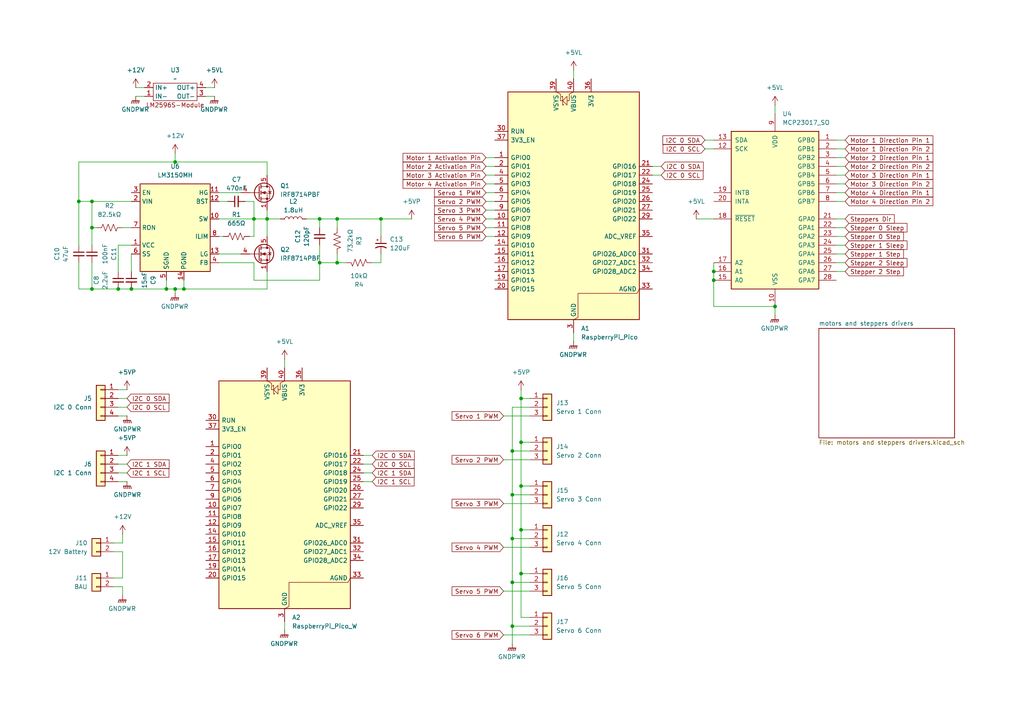
<source format=kicad_sch>
(kicad_sch (version 20250114) (generator "eeschema") (generator_version "9.0")
  (paper "A4")
  (lib_symbols
    (symbol "Connector_Generic:Conn_01x02" (pin_names (offset 1.016) (hide yes))
      (property "Reference" "J" (at 0 2.54 0))
      (property "Value" "Conn_01x02" (at 0 -5.08 0))
      (symbol "Conn_01x02_1_1"
        (rectangle (start -1.27 1.27) (end 1.27 -3.81) (stroke (width 0.254)) (fill (type background)))
        (rectangle (start -1.27 0.127) (end 0 -0.127) (stroke (width 0.1524)))
        (rectangle (start -1.27 -2.413) (end 0 -2.667) (stroke (width 0.1524)))
        (pin passive line (at -5.08 0 0) (length 3.81) (name "Pin_1") (number "1"))
        (pin passive line (at -5.08 -2.54 0) (length 3.81) (name "Pin_2") (number "2"))
      )
    )
    (symbol "Connector_Generic:Conn_01x03" (pin_names (offset 1.016) (hide yes))
      (property "Reference" "J" (at 0 5.08 0))
      (property "Value" "Conn_01x03" (at 0 -5.08 0))
      (symbol "Conn_01x03_1_1"
        (rectangle (start -1.27 3.81) (end 1.27 -3.81) (stroke (width 0.254)) (fill (type background)))
        (rectangle (start -1.27 2.667) (end 0 2.413) (stroke (width 0.1524)))
        (rectangle (start -1.27 0.127) (end 0 -0.127) (stroke (width 0.1524)))
        (rectangle (start -1.27 -2.413) (end 0 -2.667) (stroke (width 0.1524)))
        (pin passive line (at -5.08 2.54 0) (length 3.81) (name "Pin_1") (number "1"))
        (pin passive line (at -5.08 0 0) (length 3.81) (name "Pin_2") (number "2"))
        (pin passive line (at -5.08 -2.54 0) (length 3.81) (name "Pin_3") (number "3"))
      )
    )
    (symbol "Connector_Generic:Conn_01x04" (pin_names (offset 1.016) (hide yes))
      (property "Reference" "J" (at 0 5.08 0))
      (property "Value" "Conn_01x04" (at 0 -7.62 0))
      (symbol "Conn_01x04_1_1"
        (rectangle (start -1.27 3.81) (end 1.27 -6.35) (stroke (width 0.254)) (fill (type background)))
        (rectangle (start -1.27 2.667) (end 0 2.413) (stroke (width 0.1524)))
        (rectangle (start -1.27 0.127) (end 0 -0.127) (stroke (width 0.1524)))
        (rectangle (start -1.27 -2.413) (end 0 -2.667) (stroke (width 0.1524)))
        (rectangle (start -1.27 -4.953) (end 0 -5.207) (stroke (width 0.1524)))
        (pin passive line (at -5.08 2.54 0) (length 3.81) (name "Pin_1") (number "1"))
        (pin passive line (at -5.08 0 0) (length 3.81) (name "Pin_2") (number "2"))
        (pin passive line (at -5.08 -2.54 0) (length 3.81) (name "Pin_3") (number "3"))
        (pin passive line (at -5.08 -5.08 0) (length 3.81) (name "Pin_4") (number "4"))
      )
    )
    (symbol "Device:C_Polarized_Small_US" (pin_numbers (hide yes)) (pin_names (offset 0.254) (hide yes))
      (property "Reference" "C" (at 0.254 1.778 0))
      (property "Value" "C_Polarized_Small_US" (at 0.254 -2.032 0))
      (symbol "C_Polarized_Small_US_0_1"
        (polyline (pts (xy -1.524 0.508) (xy 1.524 0.508)) (stroke (width 0.3048)))
        (polyline (pts (xy -1.27 1.524) (xy -0.762 1.524)))
        (polyline (pts (xy -1.016 1.27) (xy -1.016 1.778)))
        (arc (start -1.524 -0.762) (mid 0 -0.3734) (end 1.524 -0.762) (stroke (width 0.3048)))
      )
      (symbol "C_Polarized_Small_US_1_1"
        (pin passive line (at 0 2.54 270) (length 2.032) (name "~") (number "1"))
        (pin passive line (at 0 -2.54 90) (length 2.032) (name "~") (number "2"))
      )
    )
    (symbol "Device:C_Small" (pin_numbers (hide yes)) (pin_names (offset 0.254) (hide yes))
      (property "Reference" "C" (at 0.254 1.778 0))
      (property "Value" "C_Small" (at 0.254 -2.032 0))
      (symbol "C_Small_0_1"
        (polyline (pts (xy -1.524 0.508) (xy 1.524 0.508)) (stroke (width 0.3048)))
        (polyline (pts (xy -1.524 -0.508) (xy 1.524 -0.508)) (stroke (width 0.3302)))
      )
      (symbol "C_Small_1_1"
        (pin passive line (at 0 2.54 270) (length 2.032) (name "~") (number "1"))
        (pin passive line (at 0 -2.54 90) (length 2.032) (name "~") (number "2"))
      )
    )
    (symbol "Device:L" (pin_numbers (hide yes)) (pin_names (offset 1.016) (hide yes))
      (property "Reference" "L" (at -1.27 0 90))
      (property "Value" "L" (at 1.905 0 90))
      (symbol "L_0_1"
        (arc (start 0 2.54) (mid 0.6323 1.905) (end 0 1.27))
        (arc (start 0 1.27) (mid 0.6323 0.635) (end 0 0))
        (arc (start 0 0) (mid 0.6323 -0.635) (end 0 -1.27))
        (arc (start 0 -1.27) (mid 0.6323 -1.905) (end 0 -2.54))
      )
      (symbol "L_1_1"
        (pin passive line (at 0 3.81 270) (length 1.27) (name "1") (number "1"))
        (pin passive line (at 0 -3.81 90) (length 1.27) (name "2") (number "2"))
      )
    )
    (symbol "Device:R_US" (pin_numbers (hide yes)) (pin_names (offset 0))
      (property "Reference" "R" (at 2.54 0 90))
      (property "Value" "R_US" (at -2.54 0 90))
      (symbol "R_US_0_1"
        (polyline (pts (xy 0 2.286) (xy 0 2.54)))
        (polyline (pts (xy 0 2.286) (xy 1.016 1.905) (xy 0 1.524) (xy -1.016 1.143) (xy 0 0.762)))
        (polyline (pts (xy 0 0.762) (xy 1.016 0.381) (xy 0 0) (xy -1.016 -0.381) (xy 0 -0.762)))
        (polyline (pts (xy 0 -0.762) (xy 1.016 -1.143) (xy 0 -1.524) (xy -1.016 -1.905) (xy 0 -2.286)))
        (polyline (pts (xy 0 -2.286) (xy 0 -2.54)))
      )
      (symbol "R_US_1_1"
        (pin passive line (at 0 3.81 270) (length 1.27) (name "~") (number "1"))
        (pin passive line (at 0 -3.81 90) (length 1.27) (name "~") (number "2"))
      )
    )
    (symbol "Interface_Expansion:MCP23017_SO" (pin_names (offset 1.016))
      (property "Reference" "U" (at -11.43 24.13 0))
      (property "Value" "MCP23017_SO" (at 0 0 0))
      (symbol "MCP23017_SO_0_1"
        (rectangle (start -12.7 22.86) (end 12.7 -22.86) (stroke (width 0.254)) (fill (type background)))
      )
      (symbol "MCP23017_SO_1_1"
        (pin bidirectional line (at -17.78 20.32 0) (length 5.08) (name "SDA") (number "13"))
        (pin input line (at -17.78 17.78 0) (length 5.08) (name "SCK") (number "12"))
        (pin tri_state line (at -17.78 5.08 0) (length 5.08) (name "INTB") (number "19"))
        (pin tri_state line (at -17.78 2.54 0) (length 5.08) (name "INTA") (number "20"))
        (pin input line (at -17.78 -2.54 0) (length 5.08) (name "~{RESET}") (number "18"))
        (pin input line (at -17.78 -15.24 0) (length 5.08) (name "A2") (number "17"))
        (pin input line (at -17.78 -17.78 0) (length 5.08) (name "A1") (number "16"))
        (pin input line (at -17.78 -20.32 0) (length 5.08) (name "A0") (number "15"))
        (pin no_connect line (at -12.7 15.24 0) (length 5.08) (hide yes) (name "NC") (number "11"))
        (pin no_connect line (at -12.7 12.7 0) (length 5.08) (hide yes) (name "NC") (number "14"))
        (pin power_in line (at 0 27.94 270) (length 5.08) (name "VDD") (number "9"))
        (pin power_in line (at 0 -27.94 90) (length 5.08) (name "VSS") (number "10"))
        (pin bidirectional line (at 17.78 20.32 180) (length 5.08) (name "GPB0") (number "1"))
        (pin bidirectional line (at 17.78 17.78 180) (length 5.08) (name "GPB1") (number "2"))
        (pin bidirectional line (at 17.78 15.24 180) (length 5.08) (name "GPB2") (number "3"))
        (pin bidirectional line (at 17.78 12.7 180) (length 5.08) (name "GPB3") (number "4"))
        (pin bidirectional line (at 17.78 10.16 180) (length 5.08) (name "GPB4") (number "5"))
        (pin bidirectional line (at 17.78 7.62 180) (length 5.08) (name "GPB5") (number "6"))
        (pin bidirectional line (at 17.78 5.08 180) (length 5.08) (name "GPB6") (number "7"))
        (pin output line (at 17.78 2.54 180) (length 5.08) (name "GPB7") (number "8"))
        (pin bidirectional line (at 17.78 -2.54 180) (length 5.08) (name "GPA0") (number "21"))
        (pin bidirectional line (at 17.78 -5.08 180) (length 5.08) (name "GPA1") (number "22"))
        (pin bidirectional line (at 17.78 -7.62 180) (length 5.08) (name "GPA2") (number "23"))
        (pin bidirectional line (at 17.78 -10.16 180) (length 5.08) (name "GPA3") (number "24"))
        (pin bidirectional line (at 17.78 -12.7 180) (length 5.08) (name "GPA4") (number "25"))
        (pin bidirectional line (at 17.78 -15.24 180) (length 5.08) (name "GPA5") (number "26"))
        (pin bidirectional line (at 17.78 -17.78 180) (length 5.08) (name "GPA6") (number "27"))
        (pin output line (at 17.78 -20.32 180) (length 5.08) (name "GPA7") (number "28"))
      )
    )
    (symbol "LM2596S-Module:LM2596S-Module"
      (property "Reference" "U" (at 0 3.556 0))
      (symbol "LM2596S-Module_0_1"
        (rectangle (start -6.35 2.54) (end 6.35 -2.54))
      )
      (symbol "LM2596S-Module_1_1"
        (text "LM2596S-Module" (at 0 -3.81 0) (effects (font (size 1.27 1.27))))
        (pin input line (at -8.89 1.27 0) (length 2.54) (name "IN+") (number "2"))
        (pin input line (at -8.89 -1.27 0) (length 2.54) (name "IN-") (number "1"))
        (pin input line (at 8.89 1.27 180) (length 2.54) (name "OUT+") (number "4"))
        (pin input line (at 8.89 -1.27 180) (length 2.54) (name "OUT-") (number "3"))
      )
    )
    (symbol "MCU_Module:RaspberryPi_Pico" (pin_names (offset 0.762))
      (property "Reference" "A" (at -19.05 35.56 0))
      (property "Value" "RaspberryPi_Pico" (at 7.62 35.56 0))
      (symbol "RaspberryPi_Pico_0_1"
        (rectangle (start -19.05 34.29) (end 19.05 -31.75) (stroke (width 0.254)) (fill (type background)))
        (polyline (pts (xy -5.08 34.29) (xy -3.81 33.655) (xy -3.81 31.75) (xy -3.175 31.75)))
        (polyline (pts (xy -3.429 32.766) (xy -3.429 33.02) (xy -3.175 33.02) (xy -3.175 30.48) (xy -2.921 30.48) (xy -2.921 30.734)))
        (polyline (pts (xy -3.175 31.75) (xy -1.905 33.02) (xy -1.905 30.48) (xy -3.175 31.75)))
        (polyline (pts (xy 0 34.29) (xy -1.27 33.655) (xy -1.27 31.75) (xy -1.905 31.75)))
        (polyline (pts (xy 0 -31.75) (xy 1.27 -31.115) (xy 1.27 -24.13) (xy 18.415 -24.13) (xy 19.05 -22.86)))
      )
      (symbol "RaspberryPi_Pico_1_1"
        (pin passive line (at -22.86 22.86 0) (length 3.81) (name "RUN") (number "30"))
        (pin passive line (at -22.86 20.32 0) (length 3.81) (name "3V3_EN") (number "37"))
        (pin bidirectional line (at -22.86 15.24 0) (length 3.81) (name "GPIO0") (number "1"))
        (pin bidirectional line (at -22.86 12.7 0) (length 3.81) (name "GPIO1") (number "2"))
        (pin bidirectional line (at -22.86 10.16 0) (length 3.81) (name "GPIO2") (number "4"))
        (pin bidirectional line (at -22.86 7.62 0) (length 3.81) (name "GPIO3") (number "5"))
        (pin bidirectional line (at -22.86 5.08 0) (length 3.81) (name "GPIO4") (number "6"))
        (pin bidirectional line (at -22.86 2.54 0) (length 3.81) (name "GPIO5") (number "7"))
        (pin bidirectional line (at -22.86 0 0) (length 3.81) (name "GPIO6") (number "9"))
        (pin bidirectional line (at -22.86 -2.54 0) (length 3.81) (name "GPIO7") (number "10"))
        (pin bidirectional line (at -22.86 -5.08 0) (length 3.81) (name "GPIO8") (number "11"))
        (pin bidirectional line (at -22.86 -7.62 0) (length 3.81) (name "GPIO9") (number "12"))
        (pin bidirectional line (at -22.86 -10.16 0) (length 3.81) (name "GPIO10") (number "14"))
        (pin bidirectional line (at -22.86 -12.7 0) (length 3.81) (name "GPIO11") (number "15"))
        (pin bidirectional line (at -22.86 -15.24 0) (length 3.81) (name "GPIO12") (number "16"))
        (pin bidirectional line (at -22.86 -17.78 0) (length 3.81) (name "GPIO13") (number "17"))
        (pin bidirectional line (at -22.86 -20.32 0) (length 3.81) (name "GPIO14") (number "19"))
        (pin bidirectional line (at -22.86 -22.86 0) (length 3.81) (name "GPIO15") (number "20"))
        (pin power_in line (at -5.08 38.1 270) (length 3.81) (name "VSYS") (number "39"))
        (pin power_out line (at 0 38.1 270) (length 3.81) (name "VBUS") (number "40"))
        (pin passive line (at 0 -35.56 90) (length 3.81) (hide yes) (name "GND") (number "13"))
        (pin passive line (at 0 -35.56 90) (length 3.81) (hide yes) (name "GND") (number "18"))
        (pin passive line (at 0 -35.56 90) (length 3.81) (hide yes) (name "GND") (number "23"))
        (pin passive line (at 0 -35.56 90) (length 3.81) (hide yes) (name "GND") (number "28"))
        (pin power_out line (at 0 -35.56 90) (length 3.81) (name "GND") (number "3"))
        (pin passive line (at 0 -35.56 90) (length 3.81) (hide yes) (name "GND") (number "38"))
        (pin passive line (at 0 -35.56 90) (length 3.81) (hide yes) (name "GND") (number "8"))
        (pin power_out line (at 5.08 38.1 270) (length 3.81) (name "3V3") (number "36"))
        (pin bidirectional line (at 22.86 12.7 180) (length 3.81) (name "GPIO16") (number "21"))
        (pin bidirectional line (at 22.86 10.16 180) (length 3.81) (name "GPIO17") (number "22"))
        (pin bidirectional line (at 22.86 7.62 180) (length 3.81) (name "GPIO18") (number "24"))
        (pin bidirectional line (at 22.86 5.08 180) (length 3.81) (name "GPIO19") (number "25"))
        (pin bidirectional line (at 22.86 2.54 180) (length 3.81) (name "GPIO20") (number "26"))
        (pin bidirectional line (at 22.86 0 180) (length 3.81) (name "GPIO21") (number "27"))
        (pin bidirectional line (at 22.86 -2.54 180) (length 3.81) (name "GPIO22") (number "29"))
        (pin power_in line (at 22.86 -7.62 180) (length 3.81) (name "ADC_VREF") (number "35"))
        (pin bidirectional line (at 22.86 -12.7 180) (length 3.81) (name "GPIO26_ADC0") (number "31"))
        (pin bidirectional line (at 22.86 -15.24 180) (length 3.81) (name "GPIO27_ADC1") (number "32"))
        (pin bidirectional line (at 22.86 -17.78 180) (length 3.81) (name "GPIO28_ADC2") (number "34"))
        (pin power_out line (at 22.86 -22.86 180) (length 3.81) (name "AGND") (number "33"))
      )
    )
    (symbol "MCU_Module:RaspberryPi_Pico_W" (pin_names (offset 0.762))
      (property "Reference" "A" (at -19.05 35.56 0))
      (property "Value" "RaspberryPi_Pico_W" (at 7.62 35.56 0))
      (symbol "RaspberryPi_Pico_W_0_1"
        (rectangle (start -19.05 34.29) (end 19.05 -31.75) (stroke (width 0.254)) (fill (type background)))
        (polyline (pts (xy -5.08 34.29) (xy -3.81 33.655) (xy -3.81 31.75) (xy -3.175 31.75)))
        (polyline (pts (xy -3.429 32.766) (xy -3.429 33.02) (xy -3.175 33.02) (xy -3.175 30.48) (xy -2.921 30.48) (xy -2.921 30.734)))
        (polyline (pts (xy -3.175 31.75) (xy -1.905 33.02) (xy -1.905 30.48) (xy -3.175 31.75)))
        (polyline (pts (xy 0 34.29) (xy -1.27 33.655) (xy -1.27 31.75) (xy -1.905 31.75)))
        (polyline (pts (xy 0 -31.75) (xy 1.27 -31.115) (xy 1.27 -24.13) (xy 18.415 -24.13) (xy 19.05 -22.86)))
      )
      (symbol "RaspberryPi_Pico_W_1_1"
        (pin passive line (at -22.86 22.86 0) (length 3.81) (name "RUN") (number "30"))
        (pin passive line (at -22.86 20.32 0) (length 3.81) (name "3V3_EN") (number "37"))
        (pin bidirectional line (at -22.86 15.24 0) (length 3.81) (name "GPIO0") (number "1"))
        (pin bidirectional line (at -22.86 12.7 0) (length 3.81) (name "GPIO1") (number "2"))
        (pin bidirectional line (at -22.86 10.16 0) (length 3.81) (name "GPIO2") (number "4"))
        (pin bidirectional line (at -22.86 7.62 0) (length 3.81) (name "GPIO3") (number "5"))
        (pin bidirectional line (at -22.86 5.08 0) (length 3.81) (name "GPIO4") (number "6"))
        (pin bidirectional line (at -22.86 2.54 0) (length 3.81) (name "GPIO5") (number "7"))
        (pin bidirectional line (at -22.86 0 0) (length 3.81) (name "GPIO6") (number "9"))
        (pin bidirectional line (at -22.86 -2.54 0) (length 3.81) (name "GPIO7") (number "10"))
        (pin bidirectional line (at -22.86 -5.08 0) (length 3.81) (name "GPIO8") (number "11"))
        (pin bidirectional line (at -22.86 -7.62 0) (length 3.81) (name "GPIO9") (number "12"))
        (pin bidirectional line (at -22.86 -10.16 0) (length 3.81) (name "GPIO10") (number "14"))
        (pin bidirectional line (at -22.86 -12.7 0) (length 3.81) (name "GPIO11") (number "15"))
        (pin bidirectional line (at -22.86 -15.24 0) (length 3.81) (name "GPIO12") (number "16"))
        (pin bidirectional line (at -22.86 -17.78 0) (length 3.81) (name "GPIO13") (number "17"))
        (pin bidirectional line (at -22.86 -20.32 0) (length 3.81) (name "GPIO14") (number "19"))
        (pin bidirectional line (at -22.86 -22.86 0) (length 3.81) (name "GPIO15") (number "20"))
        (pin power_in line (at -5.08 38.1 270) (length 3.81) (name "VSYS") (number "39"))
        (pin power_out line (at 0 38.1 270) (length 3.81) (name "VBUS") (number "40"))
        (pin passive line (at 0 -35.56 90) (length 3.81) (hide yes) (name "GND") (number "13"))
        (pin passive line (at 0 -35.56 90) (length 3.81) (hide yes) (name "GND") (number "18"))
        (pin passive line (at 0 -35.56 90) (length 3.81) (hide yes) (name "GND") (number "23"))
        (pin passive line (at 0 -35.56 90) (length 3.81) (hide yes) (name "GND") (number "28"))
        (pin power_out line (at 0 -35.56 90) (length 3.81) (name "GND") (number "3"))
        (pin passive line (at 0 -35.56 90) (length 3.81) (hide yes) (name "GND") (number "38"))
        (pin passive line (at 0 -35.56 90) (length 3.81) (hide yes) (name "GND") (number "8"))
        (pin power_out line (at 5.08 38.1 270) (length 3.81) (name "3V3") (number "36"))
        (pin bidirectional line (at 22.86 12.7 180) (length 3.81) (name "GPIO16") (number "21"))
        (pin bidirectional line (at 22.86 10.16 180) (length 3.81) (name "GPIO17") (number "22"))
        (pin bidirectional line (at 22.86 7.62 180) (length 3.81) (name "GPIO18") (number "24"))
        (pin bidirectional line (at 22.86 5.08 180) (length 3.81) (name "GPIO19") (number "25"))
        (pin bidirectional line (at 22.86 2.54 180) (length 3.81) (name "GPIO20") (number "26"))
        (pin bidirectional line (at 22.86 0 180) (length 3.81) (name "GPIO21") (number "27"))
        (pin bidirectional line (at 22.86 -2.54 180) (length 3.81) (name "GPIO22") (number "29"))
        (pin power_in line (at 22.86 -7.62 180) (length 3.81) (name "ADC_VREF") (number "35"))
        (pin bidirectional line (at 22.86 -12.7 180) (length 3.81) (name "GPIO26_ADC0") (number "31"))
        (pin bidirectional line (at 22.86 -15.24 180) (length 3.81) (name "GPIO27_ADC1") (number "32"))
        (pin bidirectional line (at 22.86 -17.78 180) (length 3.81) (name "GPIO28_ADC2") (number "34"))
        (pin power_out line (at 22.86 -22.86 180) (length 3.81) (name "AGND") (number "33"))
      )
    )
    (symbol "Regulator_Switching:LM3150MH"
      (property "Reference" "U" (at -10.16 13.97 0))
      (property "Value" "LM3150MH" (at 2.54 13.97 0))
      (symbol "LM3150MH_0_1"
        (rectangle (start -10.16 12.7) (end 10.16 -12.7) (stroke (width 0.254)) (fill (type background)))
      )
      (symbol "LM3150MH_1_1"
        (pin input line (at -12.7 10.16 0) (length 2.54) (name "EN") (number "3"))
        (pin power_in line (at -12.7 7.62 0) (length 2.54) (name "VIN") (number "2"))
        (pin input line (at -12.7 0 0) (length 2.54) (name "RON") (number "7"))
        (pin power_out line (at -12.7 -5.08 0) (length 2.54) (name "VCC") (number "1"))
        (pin passive line (at -12.7 -7.62 0) (length 2.54) (name "SS") (number "6"))
        (pin passive line (at -2.54 -15.24 90) (length 2.54) (hide yes) (name "SGND") (number "15"))
        (pin power_in line (at -2.54 -15.24 90) (length 2.54) (name "SGND") (number "5"))
        (pin passive line (at -2.54 -15.24 90) (length 2.54) (hide yes) (name "SGND") (number "9"))
        (pin power_in line (at 2.54 -15.24 90) (length 2.54) (name "PGND") (number "14"))
        (pin output line (at 12.7 10.16 180) (length 2.54) (name "HG") (number "11"))
        (pin passive line (at 12.7 7.62 180) (length 2.54) (name "BST") (number "12"))
        (pin output line (at 12.7 2.54 180) (length 2.54) (name "SW") (number "10"))
        (pin input line (at 12.7 -2.54 180) (length 2.54) (name "ILIM") (number "8"))
        (pin output line (at 12.7 -7.62 180) (length 2.54) (name "LG") (number "13"))
        (pin input line (at 12.7 -10.16 180) (length 2.54) (name "FB") (number "4"))
      )
    )
    (symbol "Transistor_FET:IRF8721PBF-1" (pin_names (hide yes))
      (property "Reference" "Q" (at 5.08 2.54 0))
      (property "Value" "IRF8721PBF-1" (at 5.08 0 0))
      (symbol "IRF8721PBF-1_0_1"
        (polyline (pts (xy 0.254 1.905) (xy 0.254 -1.905)) (stroke (width 0.254)))
        (polyline (pts (xy 0.254 0) (xy -2.54 0)))
        (polyline (pts (xy 0.762 2.286) (xy 0.762 1.27)) (stroke (width 0.254)))
        (polyline (pts (xy 0.762 0.508) (xy 0.762 -0.508)) (stroke (width 0.254)))
        (polyline (pts (xy 0.762 -1.27) (xy 0.762 -2.286)) (stroke (width 0.254)))
        (polyline (pts (xy 0.762 -1.778) (xy 3.302 -1.778) (xy 3.302 1.778) (xy 0.762 1.778)))
        (polyline (pts (xy 1.016 0) (xy 2.032 0.381) (xy 2.032 -0.381) (xy 1.016 0)) (fill (type outline)))
        (circle (center 1.651 0) (radius 2.794) (stroke (width 0.254)))
        (polyline (pts (xy 2.54 2.54) (xy 2.54 1.778)))
        (circle (center 2.54 1.778) (radius 0.254) (fill (type outline)))
        (circle (center 2.54 -1.778) (radius 0.254) (fill (type outline)))
        (polyline (pts (xy 2.54 -2.54) (xy 2.54 0) (xy 0.762 0)))
        (polyline (pts (xy 2.794 0.508) (xy 2.921 0.381) (xy 3.683 0.381) (xy 3.81 0.254)))
        (polyline (pts (xy 3.302 0.381) (xy 2.921 -0.254) (xy 3.683 -0.254) (xy 3.302 0.381)))
      )
      (symbol "IRF8721PBF-1_1_1"
        (pin input line (at -5.08 0 0) (length 2.54) (name "G") (number "4"))
        (pin passive line (at 2.54 5.08 270) (length 2.54) (name "D") (number "5"))
        (pin passive line (at 2.54 5.08 270) (length 2.54) (hide yes) (name "D") (number "6"))
        (pin passive line (at 2.54 5.08 270) (length 2.54) (hide yes) (name "D") (number "7"))
        (pin passive line (at 2.54 5.08 270) (length 2.54) (hide yes) (name "D") (number "8"))
        (pin passive line (at 2.54 -5.08 90) (length 2.54) (name "S") (number "1"))
        (pin passive line (at 2.54 -5.08 90) (length 2.54) (hide yes) (name "S") (number "2"))
        (pin passive line (at 2.54 -5.08 90) (length 2.54) (hide yes) (name "S") (number "3"))
      )
    )
    (symbol "power:+12V" (power) (pin_numbers (hide yes)) (pin_names (offset 0) (hide yes))
      (property "Value" "+12V" (at 0 3.556 0))
      (symbol "+12V_0_1"
        (polyline (pts (xy -0.762 1.27) (xy 0 2.54)))
        (polyline (pts (xy 0 2.54) (xy 0.762 1.27)))
        (polyline (pts (xy 0 0) (xy 0 2.54)))
      )
      (symbol "+12V_1_1"
        (pin power_in line (at 0 0 90) (length 0) (name "~") (number "1"))
      )
    )
    (symbol "power:+5VL" (power) (pin_numbers (hide yes)) (pin_names (offset 0) (hide yes))
      (property "Value" "+5VL" (at 0 3.556 0))
      (symbol "+5VL_0_1"
        (polyline (pts (xy -0.762 1.27) (xy 0 2.54)))
        (polyline (pts (xy 0 2.54) (xy 0.762 1.27)))
        (polyline (pts (xy 0 0) (xy 0 2.54)))
      )
      (symbol "+5VL_1_1"
        (pin power_in line (at 0 0 90) (length 0) (name "~") (number "1"))
      )
    )
    (symbol "power:+5VP" (power) (pin_numbers (hide yes)) (pin_names (offset 0) (hide yes))
      (property "Value" "+5VP" (at 0 3.556 0))
      (symbol "+5VP_0_1"
        (polyline (pts (xy -0.762 1.27) (xy 0 2.54)))
        (polyline (pts (xy 0 2.54) (xy 0.762 1.27)))
        (polyline (pts (xy 0 0) (xy 0 2.54)))
      )
      (symbol "+5VP_1_1"
        (pin power_in line (at 0 0 90) (length 0) (name "~") (number "1"))
      )
    )
    (symbol "power:GNDPWR" (power) (pin_numbers (hide yes)) (pin_names (offset 0) (hide yes))
      (property "Value" "GNDPWR" (at 0 -3.302 0))
      (symbol "GNDPWR_0_1"
        (polyline (pts (xy -1.016 -1.27) (xy -1.27 -2.032) (xy -1.27 -2.032)) (stroke (width 0.2032)))
        (polyline (pts (xy -0.508 -1.27) (xy -0.762 -2.032) (xy -0.762 -2.032)) (stroke (width 0.2032)))
        (polyline (pts (xy 0 -1.27) (xy 0 0)))
        (polyline (pts (xy 0 -1.27) (xy -0.254 -2.032) (xy -0.254 -2.032)) (stroke (width 0.2032)))
        (polyline (pts (xy 0.508 -1.27) (xy 0.254 -2.032) (xy 0.254 -2.032)) (stroke (width 0.2032)))
        (polyline (pts (xy 1.016 -1.27) (xy -1.016 -1.27) (xy -1.016 -1.27)) (stroke (width 0.2032)))
        (polyline (pts (xy 1.016 -1.27) (xy 0.762 -2.032) (xy 0.762 -2.032) (xy 0.762 -2.032)) (stroke (width 0.2032)))
      )
      (symbol "GNDPWR_1_1"
        (pin power_in line (at 0 0 270) (length 0) (name "~") (number "1"))
      )
    )
  )
  (junction (at 26.67 66.04))
  (junction (at 224.79 88.9))
  (junction (at 50.8 83.82))
  (junction (at 38.1 83.82))
  (junction (at 48.26 83.82))
  (junction (at 207.01 81.28))
  (junction (at 26.67 58.42))
  (junction (at 34.29 83.82))
  (junction (at 151.13 115.57))
  (junction (at 151.13 166.37))
  (junction (at 110.49 63.5))
  (junction (at 53.34 83.82))
  (junction (at 73.66 63.5))
  (junction (at 207.01 78.74))
  (junction (at 77.47 63.5))
  (junction (at 148.59 130.81))
  (junction (at 97.79 76.2))
  (junction (at 50.8 46.99))
  (junction (at 151.13 153.67))
  (junction (at 92.71 63.5))
  (junction (at 151.13 140.97))
  (junction (at 148.59 156.21))
  (junction (at 22.86 58.42))
  (junction (at 148.59 168.91))
  (junction (at 26.67 83.82))
  (junction (at 151.13 128.27))
  (junction (at 97.79 63.5))
  (junction (at 92.71 76.2))
  (junction (at 148.59 143.51))
  (junction (at 148.59 181.61))
  (wire (pts (xy 207.01 76.2) (xy 207.01 78.74)))
  (wire (pts (xy 148.59 130.81) (xy 148.59 143.51)))
  (wire (pts (xy 77.47 60.96) (xy 77.47 63.5)))
  (wire (pts (xy 204.47 40.64) (xy 207.01 40.64)))
  (wire (pts (xy 151.13 128.27) (xy 153.67 128.27)))
  (wire (pts (xy 26.67 66.04) (xy 27.94 66.04)))
  (wire (pts (xy 151.13 179.07) (xy 153.67 179.07)))
  (wire (pts (xy 72.39 68.58) (xy 73.66 68.58)))
  (wire (pts (xy 34.29 118.11) (xy 36.83 118.11)))
  (wire (pts (xy 245.11 43.18) (xy 242.57 43.18)))
  (wire (pts (xy 245.11 50.8) (xy 242.57 50.8)))
  (wire (pts (xy 34.29 115.57) (xy 36.83 115.57)))
  (wire (pts (xy 63.5 58.42) (xy 66.04 58.42)))
  (wire (pts (xy 33.02 170.18) (xy 35.56 170.18)))
  (wire (pts (xy 22.86 76.2) (xy 22.86 83.82)))
  (wire (pts (xy 148.59 130.81) (xy 153.67 130.81)))
  (wire (pts (xy 166.37 96.52) (xy 166.37 99.06)))
  (wire (pts (xy 35.56 154.94) (xy 35.56 157.48)))
  (wire (pts (xy 245.11 68.58) (xy 242.57 68.58)))
  (wire (pts (xy 140.97 48.26) (xy 143.51 48.26)))
  (wire (pts (xy 146.05 184.15) (xy 153.67 184.15)))
  (wire (pts (xy 245.11 66.04) (xy 242.57 66.04)))
  (wire (pts (xy 148.59 168.91) (xy 148.59 181.61)))
  (wire (pts (xy 148.59 118.11) (xy 148.59 130.81)))
  (wire (pts (xy 140.97 58.42) (xy 143.51 58.42)))
  (wire (pts (xy 146.05 158.75) (xy 153.67 158.75)))
  (wire (pts (xy 151.13 140.97) (xy 151.13 153.67)))
  (wire (pts (xy 201.93 63.5) (xy 207.01 63.5)))
  (wire (pts (xy 148.59 168.91) (xy 153.67 168.91)))
  (wire (pts (xy 110.49 68.58) (xy 110.49 63.5)))
  (wire (pts (xy 33.02 157.48) (xy 35.56 157.48)))
  (wire (pts (xy 110.49 76.2) (xy 107.95 76.2)))
  (wire (pts (xy 73.66 63.5) (xy 73.66 68.58)))
  (wire (pts (xy 77.47 63.5) (xy 81.28 63.5)))
  (wire (pts (xy 166.37 20.32) (xy 166.37 22.86)))
  (wire (pts (xy 50.8 46.99) (xy 22.86 46.99)))
  (wire (pts (xy 38.1 83.82) (xy 48.26 83.82)))
  (wire (pts (xy 82.55 180.34) (xy 82.55 182.88)))
  (wire (pts (xy 88.9 63.5) (xy 92.71 63.5)))
  (wire (pts (xy 146.05 146.05) (xy 153.67 146.05)))
  (wire (pts (xy 224.79 30.48) (xy 224.79 33.02)))
  (wire (pts (xy 73.66 63.5) (xy 77.47 63.5)))
  (wire (pts (xy 59.69 27.94) (xy 62.23 27.94)))
  (wire (pts (xy 77.47 63.5) (xy 77.47 68.58)))
  (wire (pts (xy 110.49 73.66) (xy 110.49 76.2)))
  (wire (pts (xy 73.66 76.2) (xy 63.5 76.2)))
  (wire (pts (xy 245.11 76.2) (xy 242.57 76.2)))
  (wire (pts (xy 146.05 120.65) (xy 153.67 120.65)))
  (wire (pts (xy 146.05 133.35) (xy 153.67 133.35)))
  (wire (pts (xy 35.56 160.02) (xy 35.56 167.64)))
  (wire (pts (xy 22.86 71.12) (xy 22.86 58.42)))
  (wire (pts (xy 77.47 83.82) (xy 53.34 83.82)))
  (wire (pts (xy 151.13 153.67) (xy 153.67 153.67)))
  (wire (pts (xy 97.79 76.2) (xy 100.33 76.2)))
  (wire (pts (xy 148.59 156.21) (xy 148.59 168.91)))
  (wire (pts (xy 151.13 115.57) (xy 151.13 128.27)))
  (wire (pts (xy 105.41 137.16) (xy 107.95 137.16)))
  (wire (pts (xy 38.1 73.66) (xy 38.1 78.74)))
  (wire (pts (xy 77.47 78.74) (xy 77.47 83.82)))
  (wire (pts (xy 36.83 139.7) (xy 34.29 139.7)))
  (wire (pts (xy 22.86 46.99) (xy 22.86 58.42)))
  (wire (pts (xy 77.47 50.8) (xy 77.47 46.99)))
  (wire (pts (xy 224.79 88.9) (xy 224.79 91.44)))
  (wire (pts (xy 151.13 166.37) (xy 153.67 166.37)))
  (wire (pts (xy 22.86 58.42) (xy 26.67 58.42)))
  (wire (pts (xy 151.13 128.27) (xy 151.13 140.97)))
  (wire (pts (xy 82.55 104.14) (xy 82.55 106.68)))
  (wire (pts (xy 34.29 137.16) (xy 36.83 137.16)))
  (wire (pts (xy 148.59 181.61) (xy 153.67 181.61)))
  (wire (pts (xy 207.01 81.28) (xy 207.01 88.9)))
  (wire (pts (xy 92.71 63.5) (xy 92.71 66.04)))
  (wire (pts (xy 110.49 63.5) (xy 119.38 63.5)))
  (wire (pts (xy 148.59 143.51) (xy 148.59 156.21)))
  (wire (pts (xy 77.47 46.99) (xy 50.8 46.99)))
  (wire (pts (xy 140.97 63.5) (xy 143.51 63.5)))
  (wire (pts (xy 140.97 50.8) (xy 143.51 50.8)))
  (wire (pts (xy 207.01 78.74) (xy 207.01 81.28)))
  (wire (pts (xy 148.59 118.11) (xy 153.67 118.11)))
  (wire (pts (xy 35.56 160.02) (xy 33.02 160.02)))
  (wire (pts (xy 148.59 156.21) (xy 153.67 156.21)))
  (wire (pts (xy 140.97 68.58) (xy 143.51 68.58)))
  (wire (pts (xy 107.95 132.08) (xy 105.41 132.08)))
  (wire (pts (xy 92.71 63.5) (xy 97.79 63.5)))
  (wire (pts (xy 151.13 115.57) (xy 153.67 115.57)))
  (wire (pts (xy 92.71 81.28) (xy 92.71 76.2)))
  (wire (pts (xy 73.66 76.2) (xy 73.66 81.28)))
  (wire (pts (xy 34.29 71.12) (xy 38.1 71.12)))
  (wire (pts (xy 148.59 181.61) (xy 148.59 186.69)))
  (wire (pts (xy 35.56 66.04) (xy 38.1 66.04)))
  (wire (pts (xy 245.11 58.42) (xy 242.57 58.42)))
  (wire (pts (xy 26.67 83.82) (xy 34.29 83.82)))
  (wire (pts (xy 245.11 48.26) (xy 242.57 48.26)))
  (wire (pts (xy 92.71 76.2) (xy 97.79 76.2)))
  (wire (pts (xy 48.26 81.28) (xy 48.26 83.82)))
  (wire (pts (xy 36.83 113.03) (xy 34.29 113.03)))
  (wire (pts (xy 50.8 83.82) (xy 53.34 83.82)))
  (wire (pts (xy 245.11 53.34) (xy 242.57 53.34)))
  (wire (pts (xy 151.13 166.37) (xy 151.13 179.07)))
  (wire (pts (xy 207.01 88.9) (xy 224.79 88.9)))
  (wire (pts (xy 245.11 55.88) (xy 242.57 55.88)))
  (wire (pts (xy 35.56 167.64) (xy 33.02 167.64)))
  (wire (pts (xy 204.47 43.18) (xy 207.01 43.18)))
  (wire (pts (xy 107.95 134.62) (xy 105.41 134.62)))
  (wire (pts (xy 34.29 78.74) (xy 34.29 71.12)))
  (wire (pts (xy 151.13 113.03) (xy 151.13 115.57)))
  (wire (pts (xy 140.97 55.88) (xy 143.51 55.88)))
  (wire (pts (xy 36.83 132.08) (xy 34.29 132.08)))
  (wire (pts (xy 59.69 25.4) (xy 62.23 25.4)))
  (wire (pts (xy 97.79 76.2) (xy 97.79 73.66)))
  (wire (pts (xy 92.71 71.12) (xy 92.71 76.2)))
  (wire (pts (xy 245.11 71.12) (xy 242.57 71.12)))
  (wire (pts (xy 151.13 153.67) (xy 151.13 166.37)))
  (wire (pts (xy 189.23 48.26) (xy 191.77 48.26)))
  (wire (pts (xy 34.29 134.62) (xy 36.83 134.62)))
  (wire (pts (xy 73.66 58.42) (xy 73.66 63.5)))
  (wire (pts (xy 245.11 73.66) (xy 242.57 73.66)))
  (wire (pts (xy 189.23 50.8) (xy 191.77 50.8)))
  (wire (pts (xy 151.13 140.97) (xy 153.67 140.97)))
  (wire (pts (xy 140.97 53.34) (xy 143.51 53.34)))
  (wire (pts (xy 26.67 58.42) (xy 38.1 58.42)))
  (wire (pts (xy 39.37 27.94) (xy 41.91 27.94)))
  (wire (pts (xy 50.8 44.45) (xy 50.8 46.99)))
  (wire (pts (xy 140.97 45.72) (xy 143.51 45.72)))
  (wire (pts (xy 50.8 83.82) (xy 50.8 85.09)))
  (wire (pts (xy 35.56 170.18) (xy 35.56 172.72)))
  (wire (pts (xy 63.5 63.5) (xy 73.66 63.5)))
  (wire (pts (xy 22.86 83.82) (xy 26.67 83.82)))
  (wire (pts (xy 48.26 83.82) (xy 50.8 83.82)))
  (wire (pts (xy 36.83 120.65) (xy 34.29 120.65)))
  (wire (pts (xy 146.05 171.45) (xy 153.67 171.45)))
  (wire (pts (xy 245.11 40.64) (xy 242.57 40.64)))
  (wire (pts (xy 53.34 81.28) (xy 53.34 83.82)))
  (wire (pts (xy 71.12 58.42) (xy 73.66 58.42)))
  (wire (pts (xy 39.37 25.4) (xy 41.91 25.4)))
  (wire (pts (xy 140.97 60.96) (xy 143.51 60.96)))
  (wire (pts (xy 73.66 81.28) (xy 92.71 81.28)))
  (wire (pts (xy 63.5 68.58) (xy 64.77 68.58)))
  (wire (pts (xy 26.67 66.04) (xy 26.67 71.12)))
  (wire (pts (xy 148.59 143.51) (xy 153.67 143.51)))
  (wire (pts (xy 34.29 83.82) (xy 38.1 83.82)))
  (wire (pts (xy 245.11 45.72) (xy 242.57 45.72)))
  (wire (pts (xy 97.79 66.04) (xy 97.79 63.5)))
  (wire (pts (xy 26.67 58.42) (xy 26.67 66.04)))
  (wire (pts (xy 63.5 55.88) (xy 69.85 55.88)))
  (wire (pts (xy 245.11 78.74) (xy 242.57 78.74)))
  (wire (pts (xy 245.11 63.5) (xy 242.57 63.5)))
  (wire (pts (xy 26.67 76.2) (xy 26.67 83.82)))
  (wire (pts (xy 63.5 73.66) (xy 69.85 73.66)))
  (wire (pts (xy 140.97 66.04) (xy 143.51 66.04)))
  (wire (pts (xy 105.41 139.7) (xy 107.95 139.7)))
  (wire (pts (xy 97.79 63.5) (xy 110.49 63.5)))
  (global_label "Motor 4 Activation Pin" (shape input) (at 140.97 53.34 180) (property "Intersheetrefs" "${INTERSHEET_REFS}" (effects (hide yes))))
  (global_label "Motor 3 Activation Pin" (shape input) (at 140.97 50.8 180) (property "Intersheetrefs" "${INTERSHEET_REFS}" (effects (hide yes))))
  (global_label "Motor 2 Direction Pin 2" (shape input) (at 245.11 48.26 0) (property "Intersheetrefs" "${INTERSHEET_REFS}" (effects (hide yes))))
  (global_label "I2C 0 SDA" (shape input) (at 204.47 40.64 180) (property "Intersheetrefs" "${INTERSHEET_REFS}" (effects (hide yes))))
  (global_label "Servo 2 PWM" (shape input) (at 146.05 133.35 180) (property "Intersheetrefs" "${INTERSHEET_REFS}" (effects (hide yes))))
  (global_label "Stepper 1 Sleep" (shape input) (at 245.11 71.12 0) (property "Intersheetrefs" "${INTERSHEET_REFS}" (effects (hide yes))))
  (global_label "I2C 1 SCL" (shape input) (at 36.83 137.16 0) (property "Intersheetrefs" "${INTERSHEET_REFS}" (effects (hide yes))))
  (global_label "Servo 6 PWM" (shape input) (at 140.97 68.58 180) (property "Intersheetrefs" "${INTERSHEET_REFS}" (effects (hide yes))))
  (global_label "Motor 3 Direction Pin 1" (shape input) (at 245.11 50.8 0) (property "Intersheetrefs" "${INTERSHEET_REFS}" (effects (hide yes))))
  (global_label "Servo 3 PWM" (shape input) (at 146.05 146.05 180) (property "Intersheetrefs" "${INTERSHEET_REFS}" (effects (hide yes))))
  (global_label "I2C 0 SDA" (shape input) (at 107.95 132.08 0) (property "Intersheetrefs" "${INTERSHEET_REFS}" (effects (hide yes))))
  (global_label "Motor 1 Direction Pin 1" (shape input) (at 245.11 40.64 0) (property "Intersheetrefs" "${INTERSHEET_REFS}" (effects (hide yes))))
  (global_label "Servo 5 PWM" (shape input) (at 146.05 171.45 180) (property "Intersheetrefs" "${INTERSHEET_REFS}" (effects (hide yes))))
  (global_label "Servo 4 PWM" (shape input) (at 146.05 158.75 180) (property "Intersheetrefs" "${INTERSHEET_REFS}" (effects (hide yes))))
  (global_label "Motor 4 Direction Pin 1" (shape input) (at 245.11 55.88 0) (property "Intersheetrefs" "${INTERSHEET_REFS}" (effects (hide yes))))
  (global_label "Motor 4 Direction Pin 2" (shape input) (at 245.11 58.42 0) (property "Intersheetrefs" "${INTERSHEET_REFS}" (effects (hide yes))))
  (global_label "I2C 0 SCL" (shape input) (at 191.77 50.8 0) (property "Intersheetrefs" "${INTERSHEET_REFS}" (effects (hide yes))))
  (global_label "I2C 1 SDA" (shape input) (at 36.83 134.62 0) (property "Intersheetrefs" "${INTERSHEET_REFS}" (effects (hide yes))))
  (global_label "Motor 1 Activation Pin" (shape input) (at 140.97 45.72 180) (property "Intersheetrefs" "${INTERSHEET_REFS}" (effects (hide yes))))
  (global_label "Stepper 2 Step" (shape input) (at 245.11 78.74 0) (property "Intersheetrefs" "${INTERSHEET_REFS}" (effects (hide yes))))
  (global_label "Servo 6 PWM" (shape input) (at 146.05 184.15 180) (property "Intersheetrefs" "${INTERSHEET_REFS}" (effects (hide yes))))
  (global_label "I2C 0 SCL" (shape input) (at 36.83 118.11 0) (property "Intersheetrefs" "${INTERSHEET_REFS}" (effects (hide yes))))
  (global_label "Stepper 1 Step" (shape input) (at 245.11 73.66 0) (property "Intersheetrefs" "${INTERSHEET_REFS}" (effects (hide yes))))
  (global_label "I2C 1 SDA" (shape input) (at 107.95 137.16 0) (property "Intersheetrefs" "${INTERSHEET_REFS}" (effects (hide yes))))
  (global_label "Motor 3 Direction Pin 2" (shape input) (at 245.11 53.34 0) (property "Intersheetrefs" "${INTERSHEET_REFS}" (effects (hide yes))))
  (global_label "Servo 4 PWM" (shape input) (at 140.97 63.5 180) (property "Intersheetrefs" "${INTERSHEET_REFS}" (effects (hide yes))))
  (global_label "I2C 0 SCL" (shape input) (at 204.47 43.18 180) (property "Intersheetrefs" "${INTERSHEET_REFS}" (effects (hide yes))))
  (global_label "I2C 0 SDA" (shape input) (at 191.77 48.26 0) (property "Intersheetrefs" "${INTERSHEET_REFS}" (effects (hide yes))))
  (global_label "I2C 1 SCL" (shape input) (at 107.95 139.7 0) (property "Intersheetrefs" "${INTERSHEET_REFS}" (effects (hide yes))))
  (global_label "Servo 1 PWM" (shape input) (at 140.97 55.88 180) (property "Intersheetrefs" "${INTERSHEET_REFS}" (effects (hide yes))))
  (global_label "Servo 5 PWM" (shape input) (at 140.97 66.04 180) (property "Intersheetrefs" "${INTERSHEET_REFS}" (effects (hide yes))))
  (global_label "Motor 2 Activation Pin" (shape input) (at 140.97 48.26 180) (property "Intersheetrefs" "${INTERSHEET_REFS}" (effects (hide yes))))
  (global_label "I2C 0 SDA" (shape input) (at 36.83 115.57 0) (property "Intersheetrefs" "${INTERSHEET_REFS}" (effects (hide yes))))
  (global_label "Servo 3 PWM" (shape input) (at 140.97 60.96 180) (property "Intersheetrefs" "${INTERSHEET_REFS}" (effects (hide yes))))
  (global_label "Motor 2 Direction Pin 1" (shape input) (at 245.11 45.72 0) (property "Intersheetrefs" "${INTERSHEET_REFS}" (effects (hide yes))))
  (global_label "Stepper 0 Sleep" (shape input) (at 245.11 66.04 0) (property "Intersheetrefs" "${INTERSHEET_REFS}" (effects (hide yes))))
  (global_label "Stepper 0 Step" (shape input) (at 245.11 68.58 0) (property "Intersheetrefs" "${INTERSHEET_REFS}" (effects (hide yes))))
  (global_label "Motor 1 Direction Pin 2" (shape input) (at 245.11 43.18 0) (property "Intersheetrefs" "${INTERSHEET_REFS}" (effects (hide yes))))
  (global_label "I2C 0 SCL" (shape input) (at 107.95 134.62 0) (property "Intersheetrefs" "${INTERSHEET_REFS}" (effects (hide yes))))
  (global_label "Steppers Dir" (shape input) (at 245.11 63.5 0) (property "Intersheetrefs" "${INTERSHEET_REFS}" (effects (hide yes))))
  (global_label "Servo 1 PWM" (shape input) (at 146.05 120.65 180) (property "Intersheetrefs" "${INTERSHEET_REFS}" (effects (hide yes))))
  (global_label "Servo 2 PWM" (shape input) (at 140.97 58.42 180) (property "Intersheetrefs" "${INTERSHEET_REFS}" (effects (hide yes))))
  (global_label "Stepper 2 Sleep" (shape input) (at 245.11 76.2 0) (property "Intersheetrefs" "${INTERSHEET_REFS}" (effects (hide yes))))
  (symbol (lib_id "Connector_Generic:Conn_01x03") (at 158.75 130.81 0) (unit 1)
    (property "Reference" "J14" (at 161.29 129.5399 0) (effects (justify left)))
    (property "Value" "Servo 2 Conn" (at 161.29 132.0799 0) (effects (justify left)))
    (property "Description" "Generic connector, single row, 01x03, script generated (kicad-library-utils/schlib/autogen/connector/)" (effects (hide yes)))
  )
  (symbol (lib_id "Connector_Generic:Conn_01x02") (at 27.94 157.48 0) (mirror y) (unit 1)
    (property "Reference" "J10" (at 25.4 157.4799 0) (effects (justify left)))
    (property "Value" "12V Battery" (at 25.4 160.0199 0) (effects (justify left)))
    (property "Description" "Generic connector, single row, 01x02, script generated (kicad-library-utils/schlib/autogen/connector/)" (effects (hide yes)))
  )
  (symbol (lib_id "power:+5VL") (at 82.55 104.14 0) (unit 1)
    (property "Reference" "#PWR038" (effects (hide yes)))
    (property "Value" "+5VL" (at 82.55 99.06 0))
    (property "Description" "Power symbol creates a global label with name \"+5VL\"" (effects (hide yes)))
  )
  (symbol (lib_id "Connector_Generic:Conn_01x04") (at 29.21 134.62 0) (mirror y) (unit 1)
    (property "Reference" "J6" (at 26.67 134.6199 0) (effects (justify left)))
    (property "Value" "I2C 1 Conn" (at 26.67 137.1599 0) (effects (justify left)))
    (property "Description" "Generic connector, single row, 01x04, script generated (kicad-library-utils/schlib/autogen/connector/)" (effects (hide yes)))
  )
  (symbol (lib_id "power:GNDPWR") (at 148.59 186.69 0) (unit 1)
    (property "Reference" "#PWR043" (effects (hide yes)))
    (property "Value" "GNDPWR" (at 148.463 190.5 0))
    (property "Description" "Power symbol creates a global label with name \"GNDPWR\" , global ground" (effects (hide yes)))
  )
  (symbol (lib_id "power:+5VP") (at 36.83 113.03 0) (mirror y) (unit 1)
    (property "Reference" "#PWR021" (effects (hide yes)))
    (property "Value" "+5VP" (at 36.83 107.95 0))
    (property "Description" "Power symbol creates a global label with name \"+5VP\"" (effects (hide yes)))
  )
  (symbol (lib_id "Transistor_FET:IRF8721PBF-1") (at 74.93 73.66 0) (unit 1)
    (property "Reference" "Q2" (at 81.28 72.3899 0) (effects (justify left)))
    (property "Value" "IRF8714PBF" (at 81.28 74.9299 0) (effects (justify left)))
    (property "Footprint" "Package_SO:SOIC-8_3.9x4.9mm_P1.27mm" (effects (hide yes)))
    (property "Datasheet" "http://www.irf.com/product-info/datasheets/data/irf8721pbf-1.pdf" (effects (hide yes)))
    (property "Description" "14A Id, 30V Vds, HEXFET N-Channel MOSFET, SO-8" (effects (hide yes)))
  )
  (symbol (lib_id "power:GNDPWR") (at 36.83 139.7 0) (mirror y) (unit 1)
    (property "Reference" "#PWR024" (effects (hide yes)))
    (property "Value" "GNDPWR" (at 36.957 143.51 0))
    (property "Description" "Power symbol creates a global label with name \"GNDPWR\" , global ground" (effects (hide yes)))
  )
  (symbol (lib_id "Connector_Generic:Conn_01x02") (at 27.94 167.64 0) (mirror y) (unit 1)
    (property "Reference" "J11" (at 25.4 167.6399 0) (effects (justify left)))
    (property "Value" "BAU" (at 25.4 170.1799 0) (effects (justify left)))
    (property "Description" "Generic connector, single row, 01x02, script generated (kicad-library-utils/schlib/autogen/connector/)" (effects (hide yes)))
  )
  (symbol (lib_id "Regulator_Switching:LM3150MH") (at 50.8 66.04 0) (unit 1)
    (property "Reference" "U6" (at 50.8 48.26 0))
    (property "Value" "LM3150MH" (at 50.8 50.8 0))
    (property "Footprint" "Package_SO:HTSSOP-14-1EP_4.4x5mm_P0.65mm_EP3.4x5mm_Mask3x3.1mm" (effects (hide yes)))
    (property "Datasheet" "http://www.ti.com/lit/ds/symlink/lm3150.pdf" (effects (hide yes)))
    (property "Description" "42V Wide Vin synchronous Buck controller, HTSSOP-14" (effects (hide yes)))
  )
  (symbol (lib_id "power:GNDPWR") (at 62.23 27.94 0) (unit 1)
    (property "Reference" "#PWR014" (effects (hide yes)))
    (property "Value" "GNDPWR" (at 62.103 31.75 0))
    (property "Description" "Power symbol creates a global label with name \"GNDPWR\" , global ground" (effects (hide yes)))
  )
  (symbol (lib_id "Connector_Generic:Conn_01x03") (at 158.75 168.91 0) (unit 1)
    (property "Reference" "J16" (at 161.29 167.6399 0) (effects (justify left)))
    (property "Value" "Servo 5 Conn" (at 161.29 170.1799 0) (effects (justify left)))
    (property "Description" "Generic connector, single row, 01x03, script generated (kicad-library-utils/schlib/autogen/connector/)" (effects (hide yes)))
  )
  (symbol (lib_id "Transistor_FET:IRF8721PBF-1") (at 74.93 55.88 0) (unit 1)
    (property "Reference" "Q1" (at 81.28 54.6099 0) (effects (justify left bottom)))
    (property "Value" "IRF8714PBF" (at 81.28 57.1499 0) (effects (justify left bottom)))
    (property "Footprint" "Package_SO:SOIC-8_3.9x4.9mm_P1.27mm" (effects (hide yes)))
    (property "Datasheet" "http://www.irf.com/product-info/datasheets/data/irf8721pbf-1.pdf" (effects (hide yes)))
    (property "Description" "14A Id, 30V Vds, HEXFET N-Channel MOSFET, SO-8" (effects (hide yes)))
  )
  (symbol (lib_id "power:GNDPWR") (at 224.79 91.44 0) (unit 1)
    (property "Reference" "#PWR017" (effects (hide yes)))
    (property "Value" "GNDPWR" (at 224.663 95.25 0))
    (property "Description" "Power symbol creates a global label with name \"GNDPWR\" , global ground" (effects (hide yes)))
  )
  (symbol (lib_id "Device:C_Small") (at 38.1 81.28 0) (unit 1)
    (property "Reference" "C9" (at 44.45 81.2863 90))
    (property "Value" "15nF" (at 41.91 81.2863 90))
    (property "Description" "Unpolarized capacitor, small symbol" (effects (hide yes)))
  )
  (symbol (lib_id "Connector_Generic:Conn_01x04") (at 29.21 115.57 0) (mirror y) (unit 1)
    (property "Reference" "J5" (at 26.67 115.5699 0) (effects (justify left)))
    (property "Value" "I2C 0 Conn" (at 26.67 118.1099 0) (effects (justify left)))
    (property "Description" "Generic connector, single row, 01x04, script generated (kicad-library-utils/schlib/autogen/connector/)" (effects (hide yes)))
  )
  (symbol (lib_id "Device:R_US") (at 104.14 76.2 90) (mirror x) (unit 1)
    (property "Reference" "R4" (at 104.14 82.55 90))
    (property "Value" "10kΩ" (at 104.14 80.01 90))
    (property "Description" "Resistor, US symbol" (effects (hide yes)))
  )
  (symbol (lib_id "Device:L") (at 85.09 63.5 90) (unit 1)
    (property "Reference" "L2" (at 85.09 58.42 90))
    (property "Value" "1.8uH" (at 85.09 60.96 90))
    (property "Description" "Inductor" (effects (hide yes)))
  )
  (symbol (lib_id "power:GNDPWR") (at 166.37 99.06 0) (unit 1)
    (property "Reference" "#PWR012" (effects (hide yes)))
    (property "Value" "GNDPWR" (at 166.243 102.87 0))
    (property "Description" "Power symbol creates a global label with name \"GNDPWR\" , global ground" (effects (hide yes)))
  )
  (symbol (lib_id "power:+12V") (at 35.56 154.94 0) (unit 1)
    (property "Reference" "#PWR040" (effects (hide yes)))
    (property "Value" "+12V" (at 35.56 149.86 0))
    (property "Description" "Power symbol creates a global label with name \"+12V\"" (effects (hide yes)))
  )
  (symbol (lib_id "LM2596S-Module:LM2596S-Module") (at 50.8 26.67 0) (unit 1)
    (property "Reference" "U3" (at 50.8 20.32 0))
    (property "Value" "~" (at 50.8 22.86 0))
    (property "Footprint" "LM2596S-Module:LM2596S-Module" (effects (hide yes)))
  )
  (symbol (lib_id "Connector_Generic:Conn_01x03") (at 158.75 118.11 0) (unit 1)
    (property "Reference" "J13" (at 161.29 116.8399 0) (effects (justify left)))
    (property "Value" "Servo 1 Conn" (at 161.29 119.3799 0) (effects (justify left)))
    (property "Description" "Generic connector, single row, 01x03, script generated (kicad-library-utils/schlib/autogen/connector/)" (effects (hide yes)))
  )
  (symbol (lib_id "Interface_Expansion:MCP23017_SO") (at 224.79 60.96 0) (unit 1)
    (property "Reference" "U4" (at 226.9333 33.02 0) (effects (justify left)))
    (property "Value" "MCP23017_SO" (at 226.9333 35.56 0) (effects (justify left)))
    (property "Footprint" "Package_SO:SOIC-28W_7.5x17.9mm_P1.27mm" (effects (hide yes)))
    (property "Datasheet" "https://ww1.microchip.com/downloads/aemDocuments/documents/APID/ProductDocuments/DataSheets/MCP23017-Data-Sheet-DS20001952.pdf" (effects (hide yes)))
    (property "Description" "16-bit I/O expander, I2C, interrupts, w pull-ups, GPA/B7 output only (https://microchip.my.site.com/s/article/GPA7---GPB7-Cannot-Be-Used-as-Inputs-In-MCP23017),  SOIC-28" (effects (hide yes)))
  )
  (symbol (lib_id "Device:R_US") (at 31.75 66.04 90) (unit 1)
    (property "Reference" "R2" (at 31.75 59.69 90))
    (property "Value" "82.5kΩ" (at 31.75 62.23 90))
    (property "Description" "Resistor, US symbol" (effects (hide yes)))
  )
  (symbol (lib_id "Device:C_Small") (at 34.29 81.28 0) (mirror y) (unit 1)
    (property "Reference" "C8" (at 27.94 81.2863 90))
    (property "Value" "2.2uF" (at 30.48 81.2863 90))
    (property "Description" "Unpolarized capacitor, small symbol" (effects (hide yes)))
  )
  (symbol (lib_id "Connector_Generic:Conn_01x03") (at 158.75 143.51 0) (unit 1)
    (property "Reference" "J15" (at 161.29 142.2399 0) (effects (justify left)))
    (property "Value" "Servo 3 Conn" (at 161.29 144.7799 0) (effects (justify left)))
    (property "Description" "Generic connector, single row, 01x03, script generated (kicad-library-utils/schlib/autogen/connector/)" (effects (hide yes)))
  )
  (symbol (lib_id "power:+5VP") (at 36.83 132.08 0) (mirror y) (unit 1)
    (property "Reference" "#PWR023" (effects (hide yes)))
    (property "Value" "+5VP" (at 36.83 127 0))
    (property "Description" "Power symbol creates a global label with name \"+5VP\"" (effects (hide yes)))
  )
  (symbol (lib_id "Device:C_Polarized_Small_US") (at 110.49 71.12 0) (unit 1)
    (property "Reference" "C13" (at 113.03 69.4181 0) (effects (justify left)))
    (property "Value" "120uF" (at 113.03 71.9581 0) (effects (justify left)))
    (property "Description" "Polarized capacitor, small US symbol" (effects (hide yes)))
  )
  (symbol (lib_id "Device:R_US") (at 97.79 69.85 0) (mirror x) (unit 1)
    (property "Reference" "R3" (at 104.14 69.85 90))
    (property "Value" "73.2kΩ" (at 101.6 69.85 90))
    (property "Description" "Resistor, US symbol" (effects (hide yes)))
  )
  (symbol (lib_id "Device:C_Small") (at 92.71 68.58 0) (mirror y) (unit 1)
    (property "Reference" "C12" (at 86.36 68.5863 90))
    (property "Value" "120pF" (at 88.9 68.5863 90))
    (property "Description" "Unpolarized capacitor, small symbol" (effects (hide yes)))
  )
  (symbol (lib_id "power:+5VP") (at 151.13 113.03 0) (unit 1)
    (property "Reference" "#PWR042" (effects (hide yes)))
    (property "Value" "+5VP" (at 151.13 107.95 0))
    (property "Description" "Power symbol creates a global label with name \"+5VP\"" (effects (hide yes)))
  )
  (symbol (lib_id "power:GNDPWR") (at 82.55 182.88 0) (unit 1)
    (property "Reference" "#PWR039" (effects (hide yes)))
    (property "Value" "GNDPWR" (at 82.423 186.69 0))
    (property "Description" "Power symbol creates a global label with name \"GNDPWR\" , global ground" (effects (hide yes)))
  )
  (symbol (lib_id "power:+5VL") (at 62.23 25.4 0) (unit 1)
    (property "Reference" "#PWR044" (effects (hide yes)))
    (property "Value" "+5VL" (at 62.23 20.32 0))
    (property "Description" "Power symbol creates a global label with name \"+5VL\"" (effects (hide yes)))
  )
  (symbol (lib_id "power:+12V") (at 39.37 25.4 0) (unit 1)
    (property "Reference" "#PWR011" (effects (hide yes)))
    (property "Value" "+12V" (at 39.37 20.32 0))
    (property "Description" "Power symbol creates a global label with name \"+12V\"" (effects (hide yes)))
  )
  (symbol (lib_id "power:+5VL") (at 201.93 63.5 0) (unit 1)
    (property "Reference" "#PWR025" (effects (hide yes)))
    (property "Value" "+5VL" (at 201.93 58.42 0))
    (property "Description" "Power symbol creates a global label with name \"+5VL\"" (effects (hide yes)))
  )
  (symbol (lib_id "Device:C_Small") (at 22.86 73.66 0) (mirror y) (unit 1)
    (property "Reference" "C10" (at 16.51 73.6663 90))
    (property "Value" "47uF" (at 19.05 73.6663 90))
    (property "Description" "Unpolarized capacitor, small symbol" (effects (hide yes)))
  )
  (symbol (lib_id "power:GNDPWR") (at 39.37 27.94 0) (unit 1)
    (property "Reference" "#PWR013" (effects (hide yes)))
    (property "Value" "GNDPWR" (at 39.243 31.75 0))
    (property "Description" "Power symbol creates a global label with name \"GNDPWR\" , global ground" (effects (hide yes)))
  )
  (symbol (lib_id "Device:C_Small") (at 26.67 73.66 0) (unit 1)
    (property "Reference" "C11" (at 33.02 73.6663 90))
    (property "Value" "100nF" (at 30.48 73.6663 90))
    (property "Description" "Unpolarized capacitor, small symbol" (effects (hide yes)))
  )
  (symbol (lib_id "power:GNDPWR") (at 35.56 172.72 0) (unit 1)
    (property "Reference" "#PWR041" (effects (hide yes)))
    (property "Value" "GNDPWR" (at 35.433 176.53 0))
    (property "Description" "Power symbol creates a global label with name \"GNDPWR\" , global ground" (effects (hide yes)))
  )
  (symbol (lib_id "MCU_Module:RaspberryPi_Pico_W") (at 82.55 144.78 0) (unit 1)
    (property "Reference" "A2" (at 84.6933 179.07 0) (effects (justify left)))
    (property "Value" "RaspberryPi_Pico_W" (at 84.6933 181.61 0) (effects (justify left)))
    (property "Footprint" "Module:RaspberryPi_Pico_W_SMD_HandSolder" (effects (hide yes)))
    (property "Datasheet" "https://datasheets.raspberrypi.com/picow/pico-w-datasheet.pdf" (effects (hide yes)))
    (property "Description" "Versatile and inexpensive wireless microcontroller module powered by RP2040 dual-core Arm Cortex-M0+ processor up to 133 MHz, 264kB SRAM, 2MB QSPI flash, Infineon CYW43439 2.4GHz 802.11n wireless LAN; also supports Raspberry Pi Pico 2 W" (effects (hide yes)))
  )
  (symbol (lib_id "power:+12V") (at 50.8 44.45 0) (unit 1)
    (property "Reference" "#PWR019" (effects (hide yes)))
    (property "Value" "+12V" (at 50.8 39.37 0))
    (property "Description" "Power symbol creates a global label with name \"+12V\"" (effects (hide yes)))
  )
  (symbol (lib_id "Connector_Generic:Conn_01x03") (at 158.75 181.61 0) (unit 1)
    (property "Reference" "J17" (at 161.29 180.3399 0) (effects (justify left)))
    (property "Value" "Servo 6 Conn" (at 161.29 182.8799 0) (effects (justify left)))
    (property "Description" "Generic connector, single row, 01x03, script generated (kicad-library-utils/schlib/autogen/connector/)" (effects (hide yes)))
  )
  (symbol (lib_id "power:+5VL") (at 224.79 30.48 0) (unit 1)
    (property "Reference" "#PWR016" (effects (hide yes)))
    (property "Value" "+5VL" (at 224.79 25.4 0))
    (property "Description" "Power symbol creates a global label with name \"+5VL\"" (effects (hide yes)))
  )
  (symbol (lib_id "power:+5VL") (at 166.37 20.32 0) (unit 1)
    (property "Reference" "#PWR05" (effects (hide yes)))
    (property "Value" "+5VL" (at 166.37 15.24 0))
    (property "Description" "Power symbol creates a global label with name \"+5VL\"" (effects (hide yes)))
  )
  (symbol (lib_id "Device:C_Small") (at 68.58 58.42 90) (unit 1)
    (property "Reference" "C7" (at 68.5863 52.07 90))
    (property "Value" "470nF" (at 68.5863 54.61 90))
    (property "Description" "Unpolarized capacitor, small symbol" (effects (hide yes)))
  )
  (symbol (lib_id "power:GNDPWR") (at 36.83 120.65 0) (mirror y) (unit 1)
    (property "Reference" "#PWR022" (effects (hide yes)))
    (property "Value" "GNDPWR" (at 36.957 124.46 0))
    (property "Description" "Power symbol creates a global label with name \"GNDPWR\" , global ground" (effects (hide yes)))
  )
  (symbol (lib_id "Device:R_US") (at 68.58 68.58 90) (unit 1)
    (property "Reference" "R1" (at 68.58 62.23 90))
    (property "Value" "665Ω" (at 68.58 64.77 90))
    (property "Description" "Resistor, US symbol" (effects (hide yes)))
  )
  (symbol (lib_id "MCU_Module:RaspberryPi_Pico") (at 166.37 60.96 0) (unit 1)
    (property "Reference" "A1" (at 168.5133 95.25 0) (effects (justify left)))
    (property "Value" "RaspberryPi_Pico" (at 168.5133 97.79 0) (effects (justify left)))
    (property "Footprint" "Module:RaspberryPi_Pico_Common_Unspecified" (effects (hide yes)))
    (property "Datasheet" "https://datasheets.raspberrypi.com/pico/pico-datasheet.pdf" (effects (hide yes)))
    (property "Description" "Versatile and inexpensive microcontroller module powered by RP2040 dual-core Arm Cortex-M0+ processor up to 133 MHz, 264kB SRAM, 2MB QSPI flash; also supports Raspberry Pi Pico 2" (effects (hide yes)))
  )
  (symbol (lib_id "power:+5VP") (at 119.38 63.5 0) (unit 1)
    (property "Reference" "#PWR020" (effects (hide yes)))
    (property "Value" "+5VP" (at 119.38 58.42 0))
    (property "Description" "Power symbol creates a global label with name \"+5VP\"" (effects (hide yes)))
  )
  (symbol (lib_id "power:GNDPWR") (at 50.8 85.09 0) (unit 1)
    (property "Reference" "#PWR018" (effects (hide yes)))
    (property "Value" "GNDPWR" (at 50.673 88.9 0))
    (property "Description" "Power symbol creates a global label with name \"GNDPWR\" , global ground" (effects (hide yes)))
  )
  (symbol (lib_id "Connector_Generic:Conn_01x03") (at 158.75 156.21 0) (unit 1)
    (property "Reference" "J12" (at 161.29 154.9399 0) (effects (justify left)))
    (property "Value" "Servo 4 Conn" (at 161.29 157.4799 0) (effects (justify left)))
    (property "Description" "Generic connector, single row, 01x03, script generated (kicad-library-utils/schlib/autogen/connector/)" (effects (hide yes)))
  )
  (sheet (at 237.49 95.25) (size 39.37 31.75) (stroke (width 0.1524))
    (property "Sheetname" "motors and steppers drivers" (at 237.49 94.5384 0) (effects (justify left bottom)))
    (property "Sheetfile" "motors and steppers drivers.kicad_sch" (at 237.49 127.5846 0) (effects (justify left top)))
  )
)
</source>
